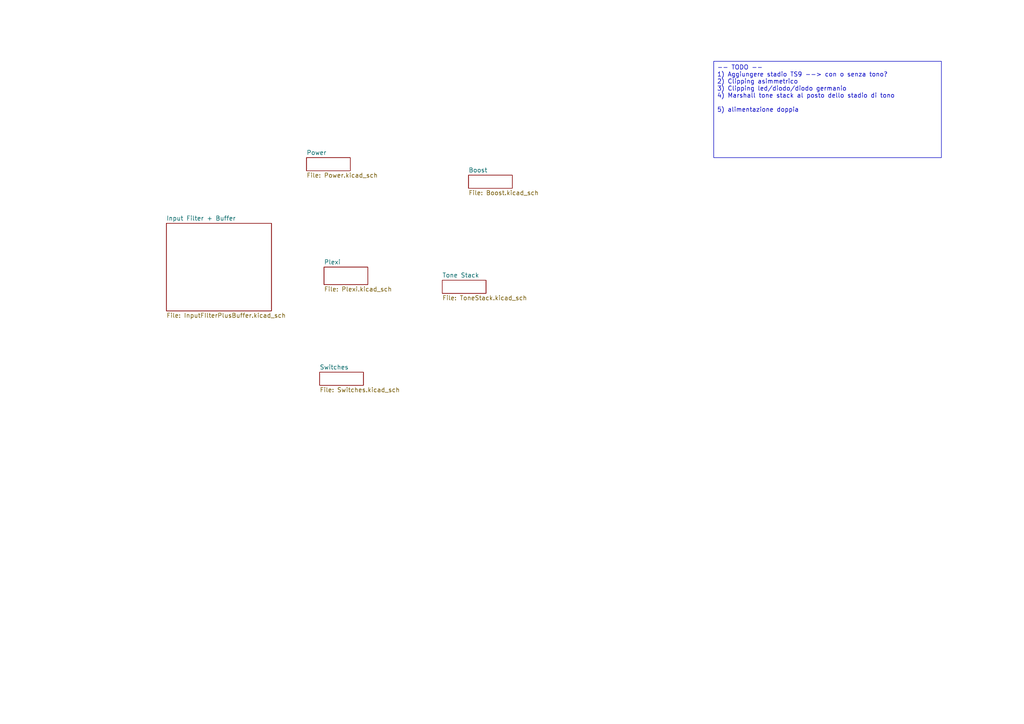
<source format=kicad_sch>
(kicad_sch (version 20230121) (generator eeschema)
  (paper "A4")
  (title_block (title "PlexiTone") (date "2023-05-18") (rev "Rev0"))
  (lib_symbols)
  (text_box "-- TODO --\n1) Aggiungere stadio TS9 --> con o senza tono?\n2) Clipping asimmetrico\n3) Clipping led/diodo/diodo germanio\n4) Marshall tone stack al posto dello stadio di tono\n\n5) alimentazione doppia" (at 207.01 17.78 0) (size 66.04 27.94) (effects (font (size 1.27 1.27)) (justify left top)))
  (sheet (at 135.89 50.8) (size 12.7 3.81) (stroke (width 0.1524))
    (property "Sheetname" "Boost" (at 135.89 50.0884 0) (effects (justify left bottom)))
    (property "Sheetfile" "Boost.kicad_sch" (at 135.89 55.1946 0) (effects (justify left top)))
  )
  (sheet (at 48.26 64.77) (size 30.48 25.4) (stroke (width 0.1524))
    (property "Sheetname" "Input Filter + Buffer" (at 48.26 64.0584 0) (effects (justify left bottom)))
    (property "Sheetfile" "InputFIlterPlusBuffer.kicad_sch" (at 48.26 90.7546 0) (effects (justify left top)))
  )
  (sheet (at 92.71 107.95) (size 12.7 3.81) (stroke (width 0.1524))
    (property "Sheetname" "Switches" (at 92.71 107.2384 0) (effects (justify left bottom)))
    (property "Sheetfile" "Switches.kicad_sch" (at 92.71 112.3446 0) (effects (justify left top)))
  )
  (sheet (at 93.98 77.47) (size 12.7 5.08) (stroke (width 0.1524))
    (property "Sheetname" "Plexi" (at 93.98 76.7584 0) (effects (justify left bottom)))
    (property "Sheetfile" "Plexi.kicad_sch" (at 93.98 83.1346 0) (effects (justify left top)))
  )
  (sheet (at 88.9 45.72) (size 12.7 3.81) (stroke (width 0.1524))
    (property "Sheetname" "Power" (at 88.9 45.0084 0) (effects (justify left bottom)))
    (property "Sheetfile" "Power.kicad_sch" (at 88.9 50.1146 0) (effects (justify left top)))
  )
  (sheet (at 128.27 81.28) (size 12.7 3.81) (stroke (width 0.1524))
    (property "Sheetname" "Tone Stack" (at 128.27 80.5684 0) (effects (justify left bottom)))
    (property "Sheetfile" "ToneStack.kicad_sch" (at 128.27 85.6746 0) (effects (justify left top)))
  )
)
</source>
